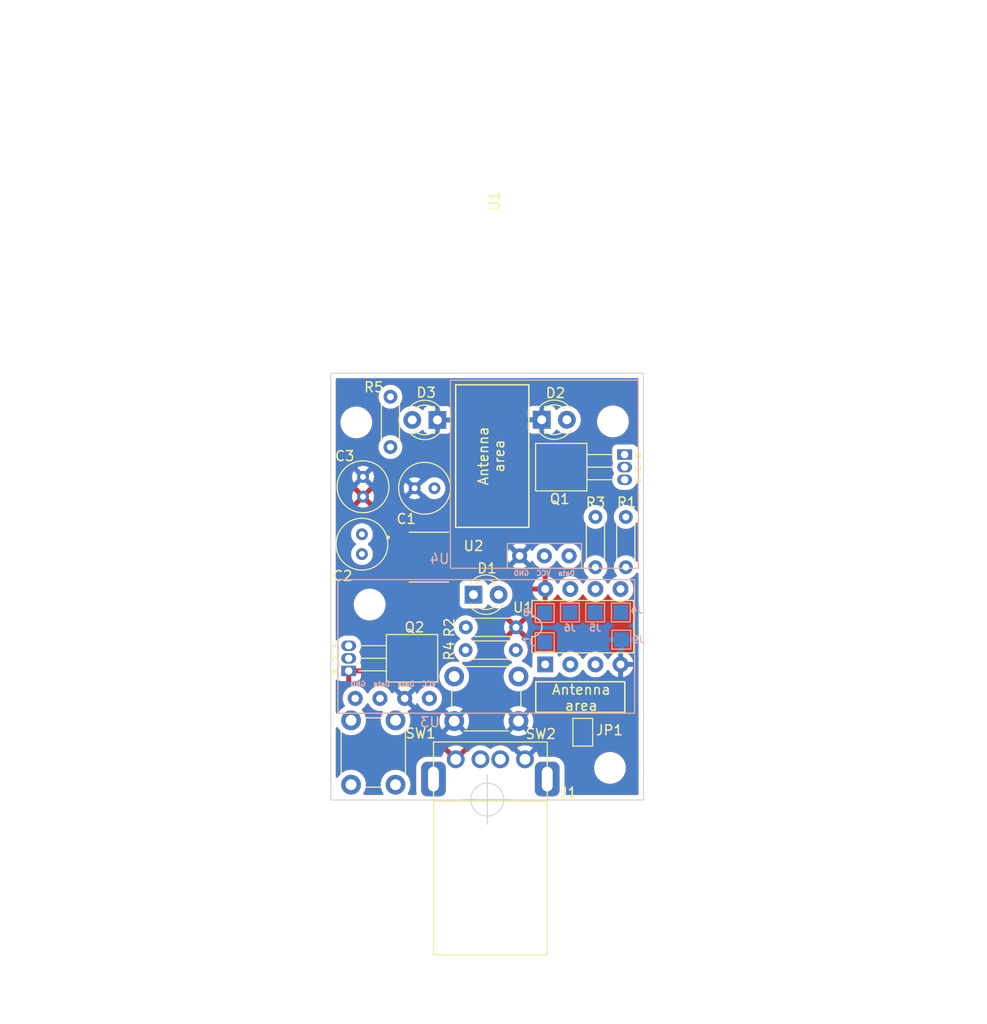
<source format=kicad_pcb>
(kicad_pcb (version 20211014) (generator pcbnew)
  (layers (0 "F.Cu" signal) (31 "B.Cu" signal) (34 "B.Paste" user) (35 "F.Paste" user) (36 "B.SilkS" user "B.Silkscreen") (37 "F.SilkS" user "F.Silkscreen") (38 "B.Mask" user) (39 "F.Mask" user) (44 "Edge.Cuts" user))
  (net 0 "")
  (net 1 "10V")
  (net 2 "GND")
  (net 3 "Net-(C2-Pad1)")
  (net 4 "Net-(C2-Pad2)")
  (net 5 "5V")
  (net 6 "Net-(D1-Pad1)")
  (net 7 "Net-(D2-Pad2)")
  (net 10 "Net-(J1-Pad5)")
  (net 11 "Net-(D3-Pad2)")
  (net 12 "DAT_RECEIVER")
  (net 13 "DAT_TRANSMITTER")
  (net 14 "MOSI")
  (net 15 "MISO")
  (net 16 "SCK")
  (net 17 "RESET")
  (net 18 "Net-(Q1-Pad2)")
  (net 19 "TRANSMITTER_POWER")
  (net 20 "Net-(SW1-Pad1)")
  (net 21 "RECEIVER_POWER")
  (net 22 "Net-(Q1-Pad3)")
  (net 23 "Net-(Q2-Pad2)")
  (net 24 "Net-(D1-Pad2)")
  (net 25 "Net-(Q2-Pad3)")
  (footprint "Resistor_THT:R_Axial_DIN0204_L3.6mm_D1.6mm_P5.08mm_Horizontal" (layer "F.Cu") (at 145.9 93.3 180)
    (fp_text reference "R2" (at 6.74 -0.02 270) (layer "F.SilkS"))
    (fp_text value "R")
    (fp_line (start 0.62 -0.92) (end 4.46 -0.92) (layer "F.SilkS") (width 0.12))
    (fp_line (start 0.62 0.92) (end 4.46 0.92) (layer "F.SilkS") (width 0.12))
    (pad "1" thru_hole circle (at 0 0 180) (size 1.4 1.4) (drill 0.7) (layers *.Cu *.Mask) (net 5 "5V"))
    (pad "2" thru_hole oval (at 5.08 0 180) (size 1.4 1.4) (drill 0.7) (layers *.Cu *.Mask) (net 24 "Net-(D1-Pad2)"))
  )
  (footprint "Button_Switch_THT:SW_PUSH_6mm_H7.3mm" (layer "F.Cu") (at 129.22 109.2 90)
    (fp_text reference "SW1" (at 5.18 7.03) (layer "F.SilkS"))
    (fp_text value "BUTTON_RESET")
    (fp_line (start 5.5 -1) (end 1 -1) (layer "F.SilkS") (width 0.12))
    (fp_line (start 1 5.5) (end 5.5 5.5) (layer "F.SilkS") (width 0.12))
    (fp_line (start 6.75 3) (end 6.75 1.5) (layer "F.SilkS") (width 0.12))
    (fp_line (start -0.25 1.5) (end -0.25 3) (layer "F.SilkS") (width 0.12))
    (pad "1" thru_hole circle (at 6.5 0 180) (size 2 2) (drill 1.1) (layers *.Cu *.Mask) (net 20 "Net-(SW1-Pad1)"))
    (pad "1" thru_hole circle (at 0 0 180) (size 2 2) (drill 1.1) (layers *.Cu *.Mask) (net 20 "Net-(SW1-Pad1)"))
    (pad "2" thru_hole circle (at 0 4.5 180) (size 2 2) (drill 1.1) (layers *.Cu *.Mask) (net 20 "Net-(SW1-Pad1)"))
    (pad "2" thru_hole circle (at 6.5 4.5 180) (size 2 2) (drill 1.1) (layers *.Cu *.Mask) (net 20 "Net-(SW1-Pad1)"))
  )
  (footprint "Resistor_THT:R_Axial_DIN0204_L3.6mm_D1.6mm_P5.08mm_Horizontal" (layer "F.Cu") (at 140.8 95.6)
    (fp_text reference "R4" (at -1.66 0.08 270) (layer "F.SilkS"))
    (fp_text value "R")
    (fp_line (start 0.62 -0.92) (end 4.46 -0.92) (layer "F.SilkS") (width 0.12))
    (fp_line (start 0.62 0.92) (end 4.46 0.92) (layer "F.SilkS") (width 0.12))
    (pad "1" thru_hole circle (at 0 0) (size 1.4 1.4) (drill 0.7) (layers *.Cu *.Mask) (net 25 "Net-(Q2-Pad3)"))
    (pad "2" thru_hole oval (at 5.08 0) (size 1.4 1.4) (drill 0.7) (layers *.Cu *.Mask) (net 21 "RECEIVER_POWER"))
  )
  (footprint "LED_THT:LED_D3.0mm" (layer "F.Cu") (at 137.95 72.35 180)
    (fp_text reference "D3" (at 1.13 2.76 180) (layer "F.SilkS"))
    (fp_text value "LED")
    (fp_line (start -0.29 1.08) (end -0.29 1.236) (layer "F.SilkS") (width 0.12))
    (fp_line (start -0.29 -1.236) (end -0.29 -1.08) (layer "F.SilkS") (width 0.12))
    (fp_arc (start -0.29 -1.235516) (mid 1.366487 -1.987659) (end 2.942335 -1.078608) (layer "F.SilkS") (width 0.12))
    (fp_arc (start 2.942335 1.078608) (mid 1.366487 1.987659) (end -0.29 1.235516) (layer "F.SilkS") (width 0.12))
    (fp_arc (start 2.31113 1.079837) (mid 1.270117 1.5) (end 0.229039 1.08) (layer "F.SilkS") (width 0.12))
    (fp_arc (start 0.229039 -1.08) (mid 1.270117 -1.5) (end 2.31113 -1.079837) (layer "F.SilkS") (width 0.12))
    (pad "1" thru_hole rect (at 0 0 180) (size 1.8 1.8) (drill 0.9) (layers *.Cu *.Mask) (net 2 "GND"))
    (pad "2" thru_hole circle (at 2.54 0 180) (size 1.8 1.8) (drill 0.9) (layers *.Cu *.Mask) (net 11 "Net-(D3-Pad2)"))
  )
  (footprint "Package_DIP:DIP-8_W7.62mm" (layer "F.Cu") (at 148.85 97.05 90)
    (fp_text reference "U1" (at 46.81 -5.13 90) (layer "F.SilkS"))
    (fp_text value "ATtiny85-20P")
    (fp_line (start 2.81 -1.33) (end 1.16 -1.33) (layer "F.SilkS") (width 0.12))
    (fp_line (start 6.46 -1.33) (end 4.81 -1.33) (layer "F.SilkS") (width 0.12))
    (fp_line (start 1.16 8.95) (end 6.46 8.95) (layer "F.SilkS") (width 0.12))
    (fp_line (start 1.16 -1.33) (end 1.16 8.95) (layer "F.SilkS") (width 0.12))
    (fp_line (start 6.46 8.95) (end 6.46 -1.33) (layer "F.SilkS") (width 0.12))
    (fp_arc (start 4.81 -1.33) (mid 3.81 -0.33) (end 2.81 -1.33) (layer "F.SilkS") (width 0.12))
    (pad "1" thru_hole rect (at 0 0 90) (size 1.6 1.6) (drill 0.8) (layers *.Cu *.Mask) (net 20 "Net-(SW1-Pad1)"))
    (pad "2" thru_hole oval (at 0 2.54 90) (size 1.6 1.6) (drill 0.8) (layers *.Cu *.Mask) (net 21 "RECEIVER_POWER"))
    (pad "3" thru_hole oval (at 0 5.08 90) (size 1.6 1.6) (drill 0.8) (layers *.Cu *.Mask) (net 6 "Net-(D1-Pad1)"))
    (pad "4" thru_hole oval (at 0 7.62 90) (size 1.6 1.6) (drill 0.8) (layers *.Cu *.Mask) (net 2 "GND"))
    (pad "5" thru_hole oval (at 7.62 7.62 90) (size 1.6 1.6) (drill 0.8) (layers *.Cu *.Mask) (net 13 "DAT_TRANSMITTER"))
    (pad "6" thru_hole oval (at 7.62 5.08 90) (size 1.6 1.6) (drill 0.8) (layers *.Cu *.Mask) (net 19 "TRANSMITTER_POWER"))
    (pad "7" thru_hole oval (at 7.62 2.54 90) (size 1.6 1.6) (drill 0.8) (layers *.Cu *.Mask) (net 12 "DAT_RECEIVER"))
    (pad "8" thru_hole oval (at 7.62 0 90) (size 1.6 1.6) (drill 0.8) (layers *.Cu *.Mask) (net 5 "5V"))
  )
  (footprint "Capacitor_THT:C_Radial_D5.0mm_H7.0mm_P2.00mm" (layer "F.Cu") (at 130.32 83.9 -90)
    (fp_text reference "C2" (at 4.2 1.95 180) (layer "F.SilkS"))
    (fp_text value "1 uF")
    (fp_circle (center 1 0) (end 3.62 0) (layer "F.SilkS") (width 0.12) (fill none))
    (pad "1" thru_hole circle (at 0 0 270) (size 1.2 1.2) (drill 0.6) (layers *.Cu *.Mask) (net 3 "Net-(C2-Pad1)"))
    (pad "2" thru_hole circle (at 2 0 270) (size 1.2 1.2) (drill 0.6) (layers *.Cu *.Mask) (net 4 "Net-(C2-Pad2)"))
  )
  (footprint "MountingHole:MountingHole_2.2mm_M2" (layer "F.Cu") (at 129.75 72.6)
    (fp_text reference "H3" hide)
    (fp_text value "MountingHole")
    (pad "" np_thru_hole circle (at 0 0) (size 2.2 2.2) (drill 2.2) (layers *.Cu *.Mask))
  )
  (footprint "Resistor_THT:R_Axial_DIN0204_L3.6mm_D1.6mm_P5.08mm_Horizontal" (layer "F.Cu") (at 133.2 70.01 -90)
    (fp_text reference "R5" (at -0.96 1.68 180) (layer "F.SilkS"))
    (fp_text value "R")
    (fp_line (start 0.62 0.92) (end 4.46 0.92) (layer "F.SilkS") (width 0.12))
    (fp_line (start 0.62 -0.92) (end 4.46 -0.92) (layer "F.SilkS") (width 0.12))
    (pad "1" thru_hole circle (at 0 0 270) (size 1.4 1.4) (drill 0.7) (layers *.Cu *.Mask) (net 11 "Net-(D3-Pad2)"))
    (pad "2" thru_hole oval (at 5.08 0 270) (size 1.4 1.4) (drill 0.7) (layers *.Cu *.Mask) (net 21 "RECEIVER_POWER"))
  )
  (footprint "Jumper:SolderJumper-2_P1.3mm_Open_Pad1.0x1.5mm" (layer "F.Cu") (at 152.65 103.9 90)
    (fp_text reference "JP1" (at 0.2 2.7 180) (layer "F.SilkS"))
    (fp_text value "SolderJumper_2_Open")
    (fp_line (start 1.4 -1) (end 1.4 1) (layer "F.SilkS") (width 0.12))
    (fp_line (start -1.4 1) (end -1.4 -1) (layer "F.SilkS") (width 0.12))
    (fp_line (start 1.4 1) (end -1.4 1) (layer "F.SilkS") (width 0.12))
    (fp_line (start -1.4 -1) (end 1.4 -1) (layer "F.SilkS") (width 0.12))
    (pad "1" smd rect (at -0.65 0 90) (size 1 1.5) (layers "F.Cu" "F.Mask") (net 2 "GND"))
    (pad "2" smd rect (at 0.65 0 90) (size 1 1.5) (layers "F.Cu" "F.Mask") (net 10 "Net-(J1-Pad5)"))
  )
  (footprint "MountingHole:MountingHole_2.2mm_M2" (layer "F.Cu") (at 155.7 72.5)
    (fp_text reference "H1" hide)
    (fp_text value "MountingHole")
    (pad "" np_thru_hole circle (at 0 0) (size 2.2 2.2) (drill 2.2) (layers *.Cu *.Mask))
  )
  (footprint "Button_Switch_THT:SW_PUSH_6mm_H5mm" (layer "F.Cu") (at 139.65 98.27)
    (fp_text reference "SW2" (at 8.75 5.8) (layer "F.SilkS"))
    (fp_text value "BUTTON_SEND_DATA")
    (fp_line (start 1 5.5) (end 5.5 5.5) (layer "F.SilkS") (width 0.12))
    (fp_line (start 6.75 3) (end 6.75 1.5) (layer "F.SilkS") (width 0.12))
    (fp_line (start 5.5 -1) (end 1 -1) (layer "F.SilkS") (width 0.12))
    (fp_line (start -0.25 1.5) (end -0.25 3) (layer "F.SilkS") (width 0.12))
    (pad "1" thru_hole circle (at 6.5 0 90) (size 2 2) (drill 1.1) (layers *.Cu *.Mask) (net 6 "Net-(D1-Pad1)"))
    (pad "1" thru_hole circle (at 0 0 90) (size 2 2) (drill 1.1) (layers *.Cu *.Mask) (net 6 "Net-(D1-Pad1)"))
    (pad "2" thru_hole circle (at 6.5 4.5 90) (size 2 2) (drill 1.1) (layers *.Cu *.Mask) (net 2 "GND"))
    (pad "2" thru_hole circle (at 0 4.5 90) (size 2 2) (drill 1.1) (layers *.Cu *.Mask) (net 2 "GND"))
  )
  (footprint "MountingHole:MountingHole_2.2mm_M2" (layer "F.Cu") (at 155.4 107.5)
    (fp_text reference "H2" hide)
    (fp_text value "MountingHole")
    (pad "" np_thru_hole circle (at 0 0) (size 2.2 2.2) (drill 2.2) (layers *.Cu *.Mask))
  )
  (footprint "Resistor_THT:R_Axial_DIN0204_L3.6mm_D1.6mm_P5.08mm_Horizontal" (layer "F.Cu") (at 153.93 82.15 -90)
    (fp_text reference "R3" (at -1.45 -0.01 180) (layer "F.SilkS"))
    (fp_text value "R")
    (fp_line (start 0.62 0.92) (end 4.46 0.92) (layer "F.SilkS") (width 0.12))
    (fp_line (start 0.62 -0.92) (end 4.46 -0.92) (layer "F.SilkS") (width 0.12))
    (pad "1" thru_hole circle (at 0 0 270) (size 1.4 1.4) (drill 0.7) (layers *.Cu *.Mask) (net 7 "Net-(D2-Pad2)"))
    (pad "2" thru_hole oval (at 5.08 0 270) (size 1.4 1.4) (drill 0.7) (layers *.Cu *.Mask) (net 19 "TRANSMITTER_POWER"))
  )
  (footprint "Capacitor_THT:C_Radial_D5.0mm_H7.0mm_P2.00mm" (layer "F.Cu") (at 137.65 79.25 180)
    (fp_text reference "C1" (at 2.85 -3.1 180) (layer "F.SilkS"))
    (fp_text value "1 uF")
    (fp_circle (center 1 0) (end 3.62 0) (layer "F.SilkS") (width 0.12) (fill none))
    (pad "1" thru_hole circle (at 0 0 180) (size 1.2 1.2) (drill 0.6) (layers *.Cu *.Mask) (net 1 "10V"))
    (pad "2" thru_hole circle (at 2 0 180) (size 1.2 1.2) (drill 0.6) (layers *.Cu *.Mask) (net 2 "GND"))
  )
  (footprint "Package_TO_SOT_THT:TO-92_Inline_Horizontal1" (layer "F.Cu") (at 156.88 75.85 -90)
    (fp_text reference "Q1" (at 4.49 6.56) (layer "F.SilkS"))
    (fp_text value "Q_PNP_ECB")
    (fp_line (start 2.54 1.02) (end 2.54 3.81) (layer "F.SilkS") (width 0.12))
    (fp_line (start 1.27 1.02) (end 1.27 3.81) (layer "F.SilkS") (width 0.12))
    (fp_line (start -1.13 9) (end -1.13 3.81) (layer "F.SilkS") (width 0.12))
    (fp_line (start 0 1.02) (end 0 3.81) (layer "F.SilkS") (width 0.12))
    (fp_line (start 3.67 9) (end -1.13 9) (layer "F.SilkS") (width 0.12))
    (fp_line (start 3.67 3.81) (end 3.67 9) (layer "F.SilkS") (width 0.12))
    (fp_line (start -1.13 3.81) (end 3.67 3.81) (layer "F.SilkS") (width 0.12))
    (pad "1" thru_hole rect (at 0 0 270) (size 1.05 1.5) (drill 0.75) (layers *.Cu *.Mask) (net 1 "10V"))
    (pad "2" thru_hole oval (at 1.27 0 270) (size 1.05 1.5) (drill 0.75) (layers *.Cu *.Mask) (net 18 "Net-(Q1-Pad2)"))
    (pad "3" thru_hole oval (at 2.54 0 270) (size 1.05 1.5) (drill 0.75) (layers *.Cu *.Mask) (net 22 "Net-(Q1-Pad3)"))
  )
  (footprint "Connector_USB:USB_A_AliExpress_horizontal_male" (layer "F.Cu") (at 144.305599 122.882)
    (fp_text reference "J1" (at 6.9 -12.9 unlocked) (layer "F.SilkS"))
    (fp_text value "USB_A")
    (fp_line (start -6.75 -12) (end 4.75 -12) (layer "F.SilkS") (width 0.12))
    (fp_rect (start -6.75 -18) (end 4.75 3.5) (layer "F.SilkS") (width 0.12) (fill none))
    (pad "" np_thru_hole circle (at -3.25 -14.25) (size 0 0) (drill 1) (layers F&B.Cu *.Mask))
    (pad "" np_thru_hole circle (at 1.25 -14.25) (size 0 0) (drill 1) (layers *.Mask))
    (pad "1" thru_hole circle (at -4.5 -16.25) (size 1.8 1.8) (drill 1.1) (layers *.Cu *.Mask) (net 5 "5V"))
    (pad "2" thru_hole circle (at -2 -16.25) (size 1.8 1.8) (drill 1.1) (layers *.Cu *.Mask))
    (pad "3" thru_hole circle (at 0 -16.25) (size 1.8 1.8) (drill 1.1) (layers *.Cu *.Mask))
    (pad "4" thru_hole circle (at 2.5 -16.25) (size 1.8 1.8) (drill 1.1) (layers *.Cu *.Mask) (net 2 "GND"))
    (pad "5" thru_hole roundrect (at -6.75 -14.25) (size 2.5 3.5) (drill oval 1.1 2.5) (layers *.Cu *.Mask) (net 10 "Net-(J1-Pad5)"))
    (pad "6" thru_hole roundrect (at 4.75 -14.25) (size 2.5 3.5) (drill oval 1.1 2.5) (layers *.Cu *.Mask))
  )
  (footprint "MountingHole:MountingHole_2.2mm_M2" (layer "F.Cu") (at 131.1 91)
    (fp_text reference "H4" hide)
    (fp_text value "MountingHole")
    (pad "" np_thru_hole circle (at 0 0) (size 2.2 2.2) (drill 2.2) (layers *.Cu *.Mask))
  )
  (footprint "Capacitor_THT:C_Radial_D5.0mm_H7.0mm_P2.00mm" (layer "F.Cu") (at 130.43 80.1 90)
    (fp_text reference "C3" (at 4.1 -1.85 180) (layer "F.SilkS"))
    (fp_text value "1 uF")
    (fp_circle (center 1 0) (end 3.62 0) (layer "F.SilkS") (width 0.12) (fill none))
    (pad "1" thru_hole circle (at 0 0 90) (size 1.2 1.2) (drill 0.6) (layers *.Cu *.Mask) (net 5 "5V"))
    (pad "2" thru_hole circle (at 2 0 90) (size 1.2 1.2) (drill 0.6) (layers *.Cu *.Mask) (net 2 "GND"))
  )
  (footprint "Resistor_THT:R_Axial_DIN0204_L3.6mm_D1.6mm_P5.08mm_Horizontal" (layer "F.Cu") (at 157 82.15 -90)
    (fp_text reference "R1" (at -1.47 -0.09 180) (layer "F.SilkS"))
    (fp_text value "R")
    (fp_line (start 0.62 -0.92) (end 4.46 -0.92) (layer "F.SilkS") (width 0.12))
    (fp_line (start 0.62 0.92) (end 4.46 0.92) (layer "F.SilkS") (width 0.12))
    (pad "1" thru_hole circle (at 0 0 270) (size 1.4 1.4) (drill 0.7) (layers *.Cu *.Mask) (net 22 "Net-(Q1-Pad3)"))
    (pad "2" thru_hole oval (at 5.08 0 270) (size 1.4 1.4) (drill 0.7) (layers *.Cu *.Mask) (net 19 "TRANSMITTER_POWER"))
  )
  (footprint "Regulator_SwitchedCapacitor:SOIC127P600X175-8N" (layer "F.Cu") (at 137.1 86.21)
    (fp_text reference "U2" (at 4.505 -1.132) (layer "F.SilkS"))
    (fp_text value "MAX1681ESA")
    (fp_line (start -2 -2.52) (end 2 -2.52) (layer "F.SilkS") (width 0.127))
    (fp_line (start -2 2.52) (end 2 2.52) (layer "F.SilkS") (width 0.127))
    (fp_circle (center -4.145 -1.995) (end -4.045 -1.995) (layer "F.SilkS") (width 0.2) (fill none))
    (pad "1" smd roundrect locked (at -2.475 -1.905) (size 1.97 0.59) (layers "F.Cu" "F.Paste" "F.Mask") (roundrect_rratio 0.07) (net 2 "GND"))
    (pad "2" smd roundrect locked (at -2.475 -0.635) (size 1.97 0.59) (layers "F.Cu" "F.Paste" "F.Mask") (roundrect_rratio 0.07) (net 3 "Net-(C2-Pad1)"))
    (pad "3" smd roundrect locked (at -2.475 0.635) (size 1.97 0.59) (layers "F.Cu" "F.Paste" "F.Mask") (roundrect_rratio 0.07) (net 5 "5V"))
    (pad "4" smd roundrect locked (at -2.475 1.905) (size 1.97 0.59) (layers "F.Cu" "F.Paste" "F.Mask") (roundrect_rratio 0.07) (net 4 "Net-(C2-Pad2)"))
    (pad "5" smd roundrect locked (at 2.475 1.905) (size 1.97 0.59) (layers "F.Cu" "F.Paste" "F.Mask") (roundrect_rratio 0.07) (net 2 "GND"))
    (pad "6" smd roundrect locked (at 2.475 0.635) (size 1.97 0.59) (layers "F.Cu" "F.Paste" "F.Mask") (roundrect_rratio 0.07) (net 2 "GND"))
    (pad "7" smd roundrect locked (at 2.475 -0.635) (size 1.97 0.59) (layers "F.Cu" "F.Paste" "F.Mask") (roundrect_rratio 0.07) (net 2 "GND"))
    (pad "8" smd roundrect locked (at 2.475 -1.905) (size 1.97 0.59) (layers "F.Cu" "F.Paste" "F.Mask") (roundrect_rratio 0.07) (net 1 "10V"))
  )
  (footprint "LED_THT:LED_D3.0mm" (layer "F.Cu") (at 148.5 72.33)
    (fp_text reference "D2" (at 1.39 -2.7 180) (layer "F.SilkS"))
    (fp_text value "LED")
    (fp_line (start -0.29 -1.236) (end -0.29 -1.08) (layer "F.SilkS") (width 0.12))
    (fp_line (start -0.29 1.08) (end -0.29 1.236) (layer "F.SilkS") (width 0.12))
    (fp_arc (start 0.229039 -1.08) (mid 1.270117 -1.5) (end 2.31113 -1.079837) (layer "F.SilkS") (width 0.12))
    (fp_arc (start 2.942335 1.078608) (mid 1.366487 1.987659) (end -0.29 1.235516) (layer "F.SilkS") (width 0.12))
    (fp_arc (start -0.29 -1.235516) (mid 1.366487 -1.987659) (end 2.942335 -1.078608) (layer "F.SilkS") (width 0.12))
    (fp_arc (start 2.31113 1.079837) (mid 1.270117 1.5) (end 0.229039 1.08) (layer "F.SilkS") (width 0.12))
    (pad "1" thru_hole rect (at 0 0) (size 1.8 1.8) (drill 0.9) (layers *.Cu *.Mask) (net 2 "GND"))
    (pad "2" thru_hole circle (at 2.54 0) (size 1.8 1.8) (drill 0.9) (layers *.Cu *.Mask) (net 7 "Net-(D2-Pad2)"))
  )
  (footprint "LED_THT:LED_D3.0mm" (layer "F.Cu") (at 141.6 90)
    (fp_text reference "D1" (at 1.37 -2.66) (layer "F.SilkS"))
    (fp_text value "LED")
    (fp_line (start -0.29 1.08) (end -0.29 1.236) (layer "F.SilkS") (width 0.12))
    (fp_line (start -0.29 -1.236) (end -0.29 -1.08) (layer "F.SilkS") (width 0.12))
    (fp_arc (start 0.229039 -1.08) (mid 1.270117 -1.5) (end 2.31113 -1.079837) (layer "F.SilkS") (width 0.12))
    (fp_arc (start 2.942335 1.078608) (mid 1.366487 1.987659) (end -0.29 1.235516) (layer "F.SilkS") (width 0.12))
    (fp_arc (start 2.31113 1.079837) (mid 1.270117 1.5) (end 0.229039 1.08) (layer "F.SilkS") (width 0.12))
    (fp_arc (start -0.29 -1.235516) (mid 1.366487 -1.987659) (end 2.942335 -1.078608) (layer "F.SilkS") (width 0.12))
    (pad "1" thru_hole rect (at 0 0) (size 1.8 1.8) (drill 0.9) (layers *.Cu *.Mask) (net 6 "Net-(D1-Pad1)"))
    (pad "2" thru_hole circle (at 2.54 0) (size 1.8 1.8) (drill 0.9) (layers *.Cu *.Mask) (net 24 "Net-(D1-Pad2)"))
  )
  (footprint "Package_TO_SOT_THT:TO-92_Inline_Horizontal1" (layer "F.Cu") (at 128.98 97.7 90)
    (fp_text reference "Q2" (at 4.4 6.65 180) (layer "F.SilkS"))
    (fp_text value "Q_PNP_ECB")
    (fp_line (start 3.67 9) (end -1.13 9) (layer "F.SilkS") (width 0.12))
    (fp_line (start -1.13 9) (end -1.13 3.81) (layer "F.SilkS") (width 0.12))
    (fp_line (start 0 1.02) (end 0 3.81) (layer "F.SilkS") (width 0.12))
    (fp_line (start -1.13 3.81) (end 3.67 3.81) (layer "F.SilkS") (width 0.12))
    (fp_line (start 2.54 1.02) (end 2.54 3.81) (layer "F.SilkS") (width 0.12))
    (fp_line (start 3.67 3.81) (end 3.67 9) (layer "F.SilkS") (width 0.12))
    (fp_line (start 1.27 1.02) (end 1.27 3.81) (layer "F.SilkS") (width 0.12))
    (pad "1" thru_hole rect (at 0 0 90) (size 1.05 1.5) (drill 0.75) (layers *.Cu *.Mask) (net 5 "5V"))
    (pad "2" thru_hole oval (at 1.27 0 90) (size 1.05 1.5) (drill 0.75) (layers *.Cu *.Mask) (net 23 "Net-(Q2-Pad2)"))
    (pad "3" thru_hole oval (at 2.54 0 90) (size 1.05 1.5) (drill 0.75) (layers *.Cu *.Mask) (net 25 "Net-(Q2-Pad3)"))
  )
  (footprint "RF_Module:433MHz_Modul_Transmitter" (layer "B.Cu") (at 149.017 89.083 180)
    (fp_text reference "U4" (at 10.85 2.7 unlocked) (layer "B.SilkS") (effects (justify mirror)))
    (fp_text value "433_MHz_Module_Transmitter")
    (fp_text user "Data  VCC  GND" (at 0.25 1.25 unlocked) (layer "B.SilkS") (effects (font (size 0.5 0.5) (thickness 0.125)) (justify mirror)))
    (fp_rect (start -3.5 4.25) (end 4 1.75) (layer "B.SilkS") (width 0.12) (fill none))
    (fp_rect (start -9.25 1.75) (end 9.75 20.75) (layer "B.SilkS") (width 0.12) (fill none))
    (pad "1" thru_hole circle (at -2.25 3 180) (size 1.524 1.524) (drill 0.762) (layers *.Cu *.Mask) (net 13 "DAT_TRANSMITTER"))
    (pad "2" thru_hole circle (at 0.25 3 180) (size 1.524 1.524) (drill 0.762) (layers *.Cu *.Mask) (net 18 "Net-(Q1-Pad2)"))
    (pad "3" thru_hole circle (at 2.75 3 180) (size 1.524 1.524) (drill 0.762) (layers *.Cu *.Mask) (net 2 "GND"))
  )
  (footprint "TestPoint:TestPoint_Pad_1.5x1.5mm" (layer "B.Cu") (at 148.8 94.8 180)
    (fp_text reference "J7" (at 1.6 -0.052) (layer "B.SilkS") (effects (font (size 0.7 0.7)) (justify mirror)))
    (fp_text value "Conn_01x01_Male")
    (fp_line (start 0.95 -0.95) (end -0.95 -0.95) (layer "B.SilkS") (width 0.12))
    (fp_line (start -0.95 -0.95) (end -0.95 0.95) (layer "B.SilkS") (width 0.12))
    (fp_line (start -0.95 0.95) (end 0.95 0.95) (layer "B.SilkS") (width 0.12))
    (fp_line (start 0.95 0.95) (end 0.95 -0.95) (layer "B.SilkS") (width 0.12))
    (pad "1" smd rect (at 0 0 180) (size 1.5 1.5) (layers "B.Cu" "B.Mask") (net 17 "RESET"))
  )
  (footprint "TestPoint:TestPoint_Pad_1.5x1.5mm" (layer "B.Cu") (at 156.55 94.55 180)
    (fp_text reference "J9" (at -1.7 -0.002) (layer "B.SilkS") (effects (font (size 0.7 0.7)) (justify mirror)))
    (fp_text value "Conn_01x01_Male")
    (fp_line (start 0.95 -0.95) (end -0.95 -0.95) (layer "B.SilkS") (width 0.12))
    (fp_line (start -0.95 0.95) (end 0.95 0.95) (layer "B.SilkS") (width 0.12))
    (fp_line (start -0.95 -0.95) (end -0.95 0.95) (layer "B.SilkS") (width 0.12))
    (fp_line (start 0.95 0.95) (end 0.95 -0.95) (layer "B.SilkS") (width 0.12))
    (pad "1" smd rect (at 0 0 180) (size 1.5 1.5) (layers "B.Cu" "B.Mask") (net 2 "GND"))
  )
  (footprint "TestPoint:TestPoint_Pad_1.5x1.5mm" (layer "B.Cu") (at 153.9 91.8 180)
    (fp_text reference "J5" (at 0 -1.552) (layer "B.SilkS") (effects (font (size 0.7 0.7)) (justify mirror)))
    (fp_text value "Conn_01x01_Male")
    (fp_line (start -0.95 -0.95) (end -0.95 0.95) (layer "B.SilkS") (width 0.12))
    (fp_line (start 0.95 0.95) (end 0.95 -0.95) (layer "B.SilkS") (width 0.12))
    (fp_line (start 0.95 -0.95) (end -0.95 -0.95) (layer "B.SilkS") (width 0.12))
    (fp_line (start -0.95 0.95) (end 0.95 0.95) (layer "B.SilkS") (width 0.12))
    (pad "1" smd rect (at 0 0 180) (size 1.5 1.5) (layers "B.Cu" "B.Mask") (net 15 "MISO"))
  )
  (footprint "TestPoint:TestPoint_Pad_1.5x1.5mm" (layer "B.Cu") (at 151.35 91.8 180)
    (fp_text reference "J6" (at 0 -1.552) (layer "B.SilkS") (effects (font (size 0.7 0.7)) (justify mirror)))
    (fp_text value "Conn_01x01_Male")
    (fp_line (start -0.95 -0.95) (end -0.95 0.95) (layer "B.SilkS") (width 0.12))
    (fp_line (start 0.95 0.95) (end 0.95 -0.95) (layer "B.SilkS") (width 0.12))
    (fp_line (start -0.95 0.95) (end 0.95 0.95) (layer "B.SilkS") (width 0.12))
    (fp_line (start 0.95 -0.95) (end -0.95 -0.95) (layer "B.SilkS") (width 0.12))
    (pad "1" smd rect (at 0 0 180) (size 1.5 1.5) (layers "B.Cu" "B.Mask") (net 16 "SCK"))
  )
  (footprint "RF_Module:433MHz_Modul_Receiver" (layer "B.Cu") (at 142.893 103.981 180)
    (fp_text reference "U3" (at 5.7 1.1 unlocked) (layer "B.SilkS") (effects (justify mirror)))
    (fp_text value "433_MHz_Module_Receiver")
    (fp_text user "VCC  Data  Data  GND" (at 9.4 4.95 unlocked) (layer "B.SilkS") (effects (font (size 0.5 0.5) (thickness 0.125)) (justify mirror)))
    (fp_rect (start -15 2) (end 15 15.5) (layer "B.SilkS") (width 0.12) (fill none))
    (pad "1" thru_hole circle (at 5.75 3.5 180) (size 1.524 1.524) (drill 0.762) (layers *.Cu *.Mask) (net 23 "Net-(Q2-Pad2)"))
    (pad "2" thru_hole circle (at 8.25 3.5 180) (size 1.524 1.524) (drill 0.762) (layers *.Cu *.Mask) (net 2 "GND"))
    (pad "3" thru_hole circle (at 10.75 3.5 180) (size 1.524 1.524) (drill 0.762) (layers *.Cu *.Mask))
    (pad "4" thru_hole circle (at 13.25 3.5 180) (size 1.524 1.524) (drill 0.762) (layers *.Cu *.Mask) (net 12 "DAT_RECEIVER"))
  )
  (footprint "TestPoint:TestPoint_Pad_1.5x1.5mm" (layer "B.Cu") (at 156.5 91.8)
    (fp_text reference "J4" (at 1.6 -0.252) (layer "B.SilkS") (effects (font (size 0.7 0.7)) (justify mirror)))
    (fp_text value "Conn_01x01_Male")
    (fp_line (start -0.95 -0.95) (end -0.95 0.95) (layer "B.SilkS") (width 0.12))
    (fp_line (start -0.95 0.95) (end 0.95 0.95) (layer "B.SilkS") (width 0.12))
    (fp_line (start 0.95 -0.95) (end -0.95 -0.95) (layer "B.SilkS") (width 0.12))
    (fp_line (start 0.95 0.95) (end 0.95 -0.95) (layer "B.SilkS") (width 0.12))
    (pad "1" smd rect (at 0 0) (size 1.5 1.5) (layers "B.Cu" "B.Mask") (net 14 "MOSI"))
  )
  (footprint "TestPoint:TestPoint_Pad_1.5x1.5mm" (layer "B.Cu") (at 148.8 91.85 180)
    (fp_text reference "J8" (at 1.6 0.048) (layer "B.SilkS") (effects (font (size 0.7 0.7)) (justify mirror)))
    (fp_text value "Conn_01x01_Male")
    (fp_line (start 0.95 -0.95) (end -0.95 -0.95) (layer "B.SilkS") (width 0.12))
    (fp_line (start -0.95 -0.95) (end -0.95 0.95) (layer "B.SilkS") (width 0.12))
    (fp_line (start 0.95 0.95) (end 0.95 -0.95) (layer "B.SilkS") (width 0.12))
    (fp_line (start -0.95 0.95) (end 0.95 0.95) (layer "B.SilkS") (width 0.12))
    (pad "1" smd rect (at 0 0 180) (size 1.5 1.5) (layers "B.Cu" "B.Mask") (net 5 "5V"))
  )
  (gr_rect (start 147.9 101.89) (end 156.9 98.8) (layer "F.SilkS") (width 0.15) (fill none))
  (gr_rect (start 147.2 83.2) (end 139.8 68.8) (layer "F.SilkS") (width 0.15) (fill none))
  (gr_rect (start 158.792 110.744) (end 127.172 67.63) (layer "Edge.Cuts") (width 0.1) (fill none))
  (gr_text "U1" (at 146.6 91.3) (layer "F.SilkS") (effects (font (size 1 1))))
  (gr_text "E  C  B" (at 127.6 96.5 270) (layer "F.SilkS") (effects (font (size 0.5 0.5) (thickness 0.125))))
  (gr_text "E  C  B" (at 158.3 77.2 90) (layer "F.SilkS") (effects (font (size 0.5 0.5) (thickness 0.125))))
  (gr_text "Antenna\narea" (at 152.5 100.4) (layer "F.SilkS") (effects (font (size 1 1))))
  (gr_text "Antenna\narea" (at 143.4 76 90) (layer "F.SilkS") (effects (font (size 1 1))))
  (target plus (at 143 110.7) (size 5) (width 0.1) (layer "Edge.Cuts"))
  (zone (net 5) (net_name "5V") (layer "F.Cu") (connect_pads (clearance 0.508)) (min_thickness 0.254) (fill yes (thermal_gap 0.508) (thermal_bridge_width 0.508))
    (polygon (pts (xy 158.6 110.4) (xy 127.4 110.42) (xy 127.4 67.8) (xy 158.6 67.8)))
  )
  (zone (net 2) (net_name "GND") (layer "B.Cu") (connect_pads (clearance 0.508)) (min_thickness 0.254) (fill yes (thermal_gap 0.508) (thermal_bridge_width 0.508))
    (polygon (pts (xy 158.6 110.4) (xy 127.4 110.4) (xy 127.4 67.8) (xy 158.6 67.8)))
  )
)
</source>
